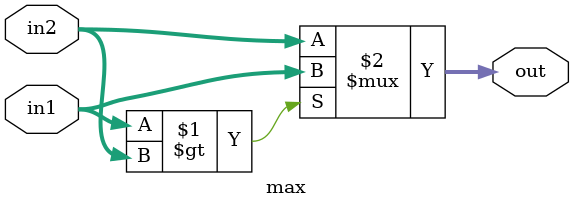
<source format=sv>
module max #(parameter DATA_WIDTH=16)(in1, in2, out);
	input [DATA_WIDTH-1:0] in1, in2;
	output [DATA_WIDTH-1:0] out;
	
	assign out = (in1 > in2) ? in1 : in2;

endmodule 
</source>
